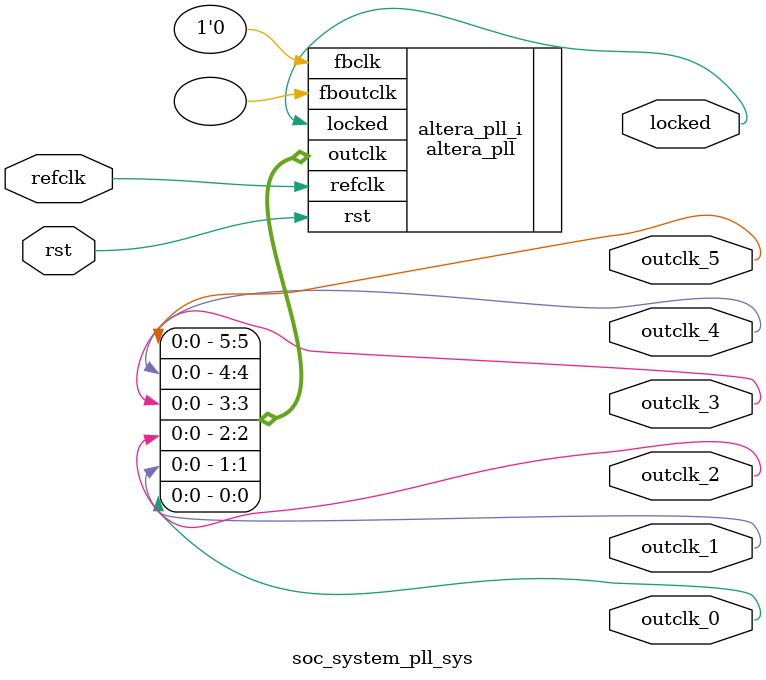
<source format=v>
`timescale 1ns/10ps
module  soc_system_pll_sys(

	// interface 'refclk'
	input wire refclk,

	// interface 'reset'
	input wire rst,

	// interface 'outclk0'
	output wire outclk_0,

	// interface 'outclk1'
	output wire outclk_1,

	// interface 'outclk2'
	output wire outclk_2,

	// interface 'outclk3'
	output wire outclk_3,

	// interface 'outclk4'
	output wire outclk_4,

	// interface 'outclk5'
	output wire outclk_5,

	// interface 'locked'
	output wire locked
);

	altera_pll #(
		.fractional_vco_multiplier("false"),
		.reference_clock_frequency("50.0 MHz"),
		.operation_mode("normal"),
		.number_of_clocks(6),
		.output_clock_frequency0("100.000000 MHz"),
		.phase_shift0("0 ps"),
		.duty_cycle0(50),
		.output_clock_frequency1("100.000000 MHz"),
		.phase_shift1("0 ps"),
		.duty_cycle1(50),
		.output_clock_frequency2("100.000000 MHz"),
		.phase_shift2("0 ps"),
		.duty_cycle2(50),
		.output_clock_frequency3("25.000000 MHz"),
		.phase_shift3("0 ps"),
		.duty_cycle3(50),
		.output_clock_frequency4("20.000000 MHz"),
		.phase_shift4("0 ps"),
		.duty_cycle4(50),
		.output_clock_frequency5("25.000000 MHz"),
		.phase_shift5("0 ps"),
		.duty_cycle5(50),
		.output_clock_frequency6("0 MHz"),
		.phase_shift6("0 ps"),
		.duty_cycle6(50),
		.output_clock_frequency7("0 MHz"),
		.phase_shift7("0 ps"),
		.duty_cycle7(50),
		.output_clock_frequency8("0 MHz"),
		.phase_shift8("0 ps"),
		.duty_cycle8(50),
		.output_clock_frequency9("0 MHz"),
		.phase_shift9("0 ps"),
		.duty_cycle9(50),
		.output_clock_frequency10("0 MHz"),
		.phase_shift10("0 ps"),
		.duty_cycle10(50),
		.output_clock_frequency11("0 MHz"),
		.phase_shift11("0 ps"),
		.duty_cycle11(50),
		.output_clock_frequency12("0 MHz"),
		.phase_shift12("0 ps"),
		.duty_cycle12(50),
		.output_clock_frequency13("0 MHz"),
		.phase_shift13("0 ps"),
		.duty_cycle13(50),
		.output_clock_frequency14("0 MHz"),
		.phase_shift14("0 ps"),
		.duty_cycle14(50),
		.output_clock_frequency15("0 MHz"),
		.phase_shift15("0 ps"),
		.duty_cycle15(50),
		.output_clock_frequency16("0 MHz"),
		.phase_shift16("0 ps"),
		.duty_cycle16(50),
		.output_clock_frequency17("0 MHz"),
		.phase_shift17("0 ps"),
		.duty_cycle17(50),
		.pll_type("General"),
		.pll_subtype("General")
	) altera_pll_i (
		.rst	(rst),
		.outclk	({outclk_5, outclk_4, outclk_3, outclk_2, outclk_1, outclk_0}),
		.locked	(locked),
		.fboutclk	( ),
		.fbclk	(1'b0),
		.refclk	(refclk)
	);
endmodule


</source>
